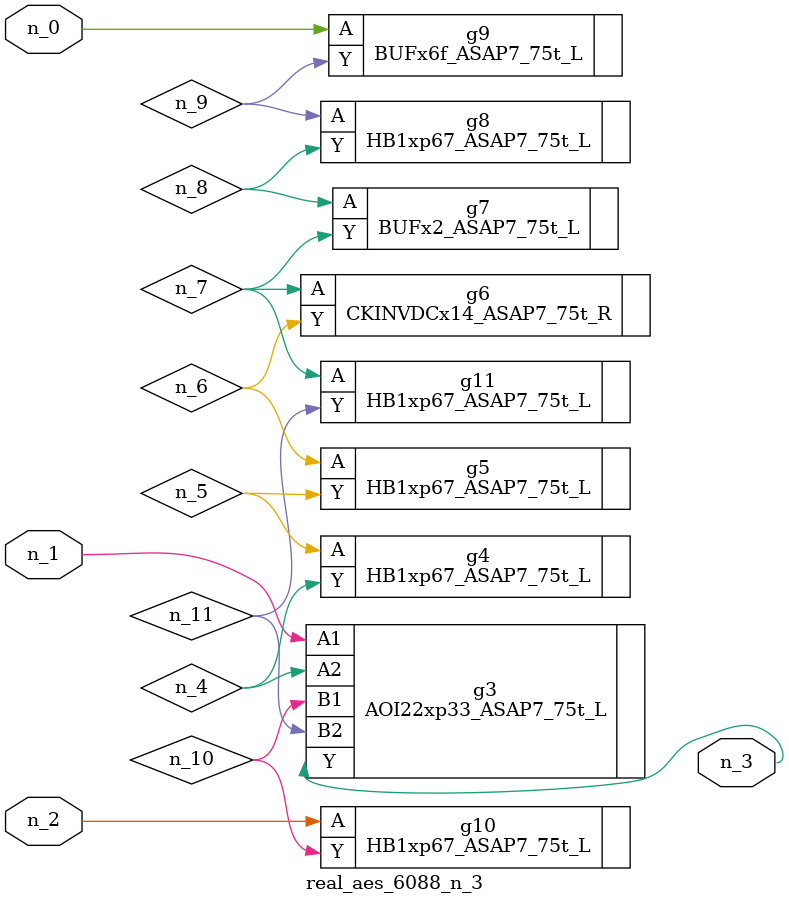
<source format=v>
module real_aes_6088_n_3 (n_0, n_2, n_1, n_3);
input n_0;
input n_2;
input n_1;
output n_3;
wire n_4;
wire n_5;
wire n_7;
wire n_8;
wire n_6;
wire n_9;
wire n_10;
wire n_11;
BUFx6f_ASAP7_75t_L g9 ( .A(n_0), .Y(n_9) );
AOI22xp33_ASAP7_75t_L g3 ( .A1(n_1), .A2(n_4), .B1(n_10), .B2(n_11), .Y(n_3) );
HB1xp67_ASAP7_75t_L g10 ( .A(n_2), .Y(n_10) );
HB1xp67_ASAP7_75t_L g4 ( .A(n_5), .Y(n_4) );
HB1xp67_ASAP7_75t_L g5 ( .A(n_6), .Y(n_5) );
CKINVDCx14_ASAP7_75t_R g6 ( .A(n_7), .Y(n_6) );
HB1xp67_ASAP7_75t_L g11 ( .A(n_7), .Y(n_11) );
BUFx2_ASAP7_75t_L g7 ( .A(n_8), .Y(n_7) );
HB1xp67_ASAP7_75t_L g8 ( .A(n_9), .Y(n_8) );
endmodule
</source>
